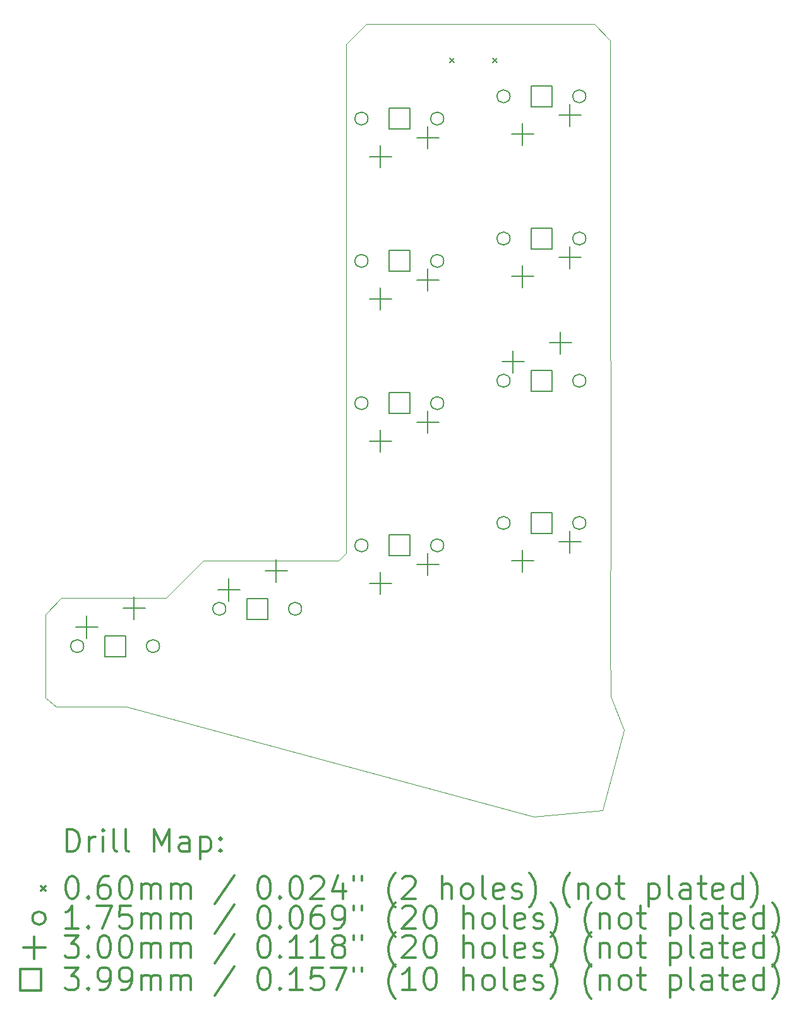
<source format=gbr>
%FSLAX45Y45*%
G04 Gerber Fmt 4.5, Leading zero omitted, Abs format (unit mm)*
G04 Created by KiCad (PCBNEW (5.1.4)-1) date 2023-05-19 09:13:59*
%MOMM*%
%LPD*%
G04 APERTURE LIST*
%ADD10C,0.050000*%
%ADD11C,0.200000*%
%ADD12C,0.300000*%
G04 APERTURE END LIST*
D10*
X7580000Y-44060000D02*
X7080000Y-44560000D01*
X7080000Y-44560000D02*
X5670000Y-44560000D01*
X9390000Y-44060000D02*
X9490000Y-43960000D01*
X9390000Y-44060000D02*
X7580000Y-44060000D01*
X13031480Y-37311016D02*
X13031480Y-37091016D01*
X9493279Y-37366295D02*
X9493279Y-37146295D01*
X9493279Y-39271295D02*
X9493279Y-37366295D01*
X13031480Y-39216016D02*
X13031480Y-37311016D01*
X6523279Y-46021295D02*
X6543279Y-46021295D01*
X9493279Y-39271295D02*
X9490000Y-43960000D01*
X12925419Y-47405040D02*
X12003279Y-47491295D01*
X12925419Y-47405040D02*
X13213232Y-46328860D01*
X13031346Y-39391871D02*
X13031480Y-39216016D01*
X13033920Y-43349053D02*
X13032767Y-45050023D01*
X13033421Y-45883812D02*
X13032185Y-45151986D01*
X13033421Y-45883812D02*
X13213232Y-46328860D01*
X13031480Y-37091016D02*
X12813279Y-36876295D01*
X9763279Y-36876295D02*
X9493279Y-37146295D01*
X9763279Y-36876295D02*
X12813279Y-36876295D01*
X5463279Y-44780000D02*
X5463279Y-45901295D01*
X5463279Y-44780000D02*
X5670000Y-44560000D01*
X5463279Y-45901295D02*
X5603279Y-46021295D01*
X6523279Y-46021295D02*
X5603279Y-46021295D01*
X13031346Y-39391871D02*
X13033920Y-43349053D01*
X13032185Y-45151986D02*
X13032767Y-45050023D01*
X12003279Y-47491295D02*
X6543279Y-46021295D01*
D11*
X10879000Y-37331500D02*
X10939000Y-37391500D01*
X10939000Y-37331500D02*
X10879000Y-37391500D01*
X11457000Y-37331500D02*
X11517000Y-37391500D01*
X11517000Y-37331500D02*
X11457000Y-37391500D01*
X9782779Y-40046295D02*
G75*
G03X9782779Y-40046295I-87500J0D01*
G01*
X10798779Y-40046295D02*
G75*
G03X10798779Y-40046295I-87500J0D01*
G01*
X9782779Y-38140000D02*
G75*
G03X9782779Y-38140000I-87500J0D01*
G01*
X10798779Y-38140000D02*
G75*
G03X10798779Y-38140000I-87500J0D01*
G01*
X9782779Y-43856295D02*
G75*
G03X9782779Y-43856295I-87500J0D01*
G01*
X10798779Y-43856295D02*
G75*
G03X10798779Y-43856295I-87500J0D01*
G01*
X11687779Y-43556295D02*
G75*
G03X11687779Y-43556295I-87500J0D01*
G01*
X12703779Y-43556295D02*
G75*
G03X12703779Y-43556295I-87500J0D01*
G01*
X11687779Y-39746295D02*
G75*
G03X11687779Y-39746295I-87500J0D01*
G01*
X12703779Y-39746295D02*
G75*
G03X12703779Y-39746295I-87500J0D01*
G01*
X7877779Y-44706295D02*
G75*
G03X7877779Y-44706295I-87500J0D01*
G01*
X8893779Y-44706295D02*
G75*
G03X8893779Y-44706295I-87500J0D01*
G01*
X11687779Y-41651295D02*
G75*
G03X11687779Y-41651295I-87500J0D01*
G01*
X12703779Y-41651295D02*
G75*
G03X12703779Y-41651295I-87500J0D01*
G01*
X11687779Y-37842000D02*
G75*
G03X11687779Y-37842000I-87500J0D01*
G01*
X12703779Y-37842000D02*
G75*
G03X12703779Y-37842000I-87500J0D01*
G01*
X5972779Y-45206295D02*
G75*
G03X5972779Y-45206295I-87500J0D01*
G01*
X6988779Y-45206295D02*
G75*
G03X6988779Y-45206295I-87500J0D01*
G01*
X9782779Y-41951295D02*
G75*
G03X9782779Y-41951295I-87500J0D01*
G01*
X10798779Y-41951295D02*
G75*
G03X10798779Y-41951295I-87500J0D01*
G01*
X11727279Y-41247295D02*
X11727279Y-41547295D01*
X11577279Y-41397295D02*
X11877279Y-41397295D01*
X12362279Y-40993295D02*
X12362279Y-41293295D01*
X12212279Y-41143295D02*
X12512279Y-41143295D01*
X11854279Y-38200000D02*
X11854279Y-38500000D01*
X11704279Y-38350000D02*
X12004279Y-38350000D01*
X12489279Y-37946000D02*
X12489279Y-38246000D01*
X12339279Y-38096000D02*
X12639279Y-38096000D01*
X6012279Y-44802295D02*
X6012279Y-45102295D01*
X5862279Y-44952295D02*
X6162279Y-44952295D01*
X6647279Y-44548295D02*
X6647279Y-44848295D01*
X6497279Y-44698295D02*
X6797279Y-44698295D01*
X9949279Y-42309295D02*
X9949279Y-42609295D01*
X9799279Y-42459295D02*
X10099279Y-42459295D01*
X10584279Y-42055295D02*
X10584279Y-42355295D01*
X10434279Y-42205295D02*
X10734279Y-42205295D01*
X9949279Y-40404295D02*
X9949279Y-40704295D01*
X9799279Y-40554295D02*
X10099279Y-40554295D01*
X10584279Y-40150295D02*
X10584279Y-40450295D01*
X10434279Y-40300295D02*
X10734279Y-40300295D01*
X9949279Y-38498000D02*
X9949279Y-38798000D01*
X9799279Y-38648000D02*
X10099279Y-38648000D01*
X10584279Y-38244000D02*
X10584279Y-38544000D01*
X10434279Y-38394000D02*
X10734279Y-38394000D01*
X9949279Y-44214295D02*
X9949279Y-44514295D01*
X9799279Y-44364295D02*
X10099279Y-44364295D01*
X10584279Y-43960295D02*
X10584279Y-44260295D01*
X10434279Y-44110295D02*
X10734279Y-44110295D01*
X11854279Y-43914295D02*
X11854279Y-44214295D01*
X11704279Y-44064295D02*
X12004279Y-44064295D01*
X12489279Y-43660295D02*
X12489279Y-43960295D01*
X12339279Y-43810295D02*
X12639279Y-43810295D01*
X11854279Y-40104295D02*
X11854279Y-40404295D01*
X11704279Y-40254295D02*
X12004279Y-40254295D01*
X12489279Y-39850295D02*
X12489279Y-40150295D01*
X12339279Y-40000295D02*
X12639279Y-40000295D01*
X7917279Y-44302295D02*
X7917279Y-44602295D01*
X7767279Y-44452295D02*
X8067279Y-44452295D01*
X8552279Y-44048295D02*
X8552279Y-44348295D01*
X8402279Y-44198295D02*
X8702279Y-44198295D01*
X6534270Y-45347287D02*
X6534270Y-45065304D01*
X6252287Y-45065304D01*
X6252287Y-45347287D01*
X6534270Y-45347287D01*
X10344270Y-42092287D02*
X10344270Y-41810304D01*
X10062288Y-41810304D01*
X10062288Y-42092287D01*
X10344270Y-42092287D01*
X10344270Y-40187287D02*
X10344270Y-39905304D01*
X10062288Y-39905304D01*
X10062288Y-40187287D01*
X10344270Y-40187287D01*
X10344270Y-38280991D02*
X10344270Y-37999009D01*
X10062288Y-37999009D01*
X10062288Y-38280991D01*
X10344270Y-38280991D01*
X10344270Y-43997287D02*
X10344270Y-43715304D01*
X10062288Y-43715304D01*
X10062288Y-43997287D01*
X10344270Y-43997287D01*
X12249270Y-43697287D02*
X12249270Y-43415304D01*
X11967287Y-43415304D01*
X11967287Y-43697287D01*
X12249270Y-43697287D01*
X12249270Y-39887287D02*
X12249270Y-39605304D01*
X11967288Y-39605304D01*
X11967288Y-39887287D01*
X12249270Y-39887287D01*
X8439270Y-44847287D02*
X8439270Y-44565304D01*
X8157287Y-44565304D01*
X8157287Y-44847287D01*
X8439270Y-44847287D01*
X12249270Y-41792287D02*
X12249270Y-41510304D01*
X11967287Y-41510304D01*
X11967287Y-41792287D01*
X12249270Y-41792287D01*
X12249270Y-37982991D02*
X12249270Y-37701009D01*
X11967288Y-37701009D01*
X11967288Y-37982991D01*
X12249270Y-37982991D01*
D12*
X5747207Y-47959509D02*
X5747207Y-47659509D01*
X5818636Y-47659509D01*
X5861493Y-47673795D01*
X5890064Y-47702367D01*
X5904350Y-47730938D01*
X5918636Y-47788081D01*
X5918636Y-47830938D01*
X5904350Y-47888081D01*
X5890064Y-47916652D01*
X5861493Y-47945224D01*
X5818636Y-47959509D01*
X5747207Y-47959509D01*
X6047207Y-47959509D02*
X6047207Y-47759509D01*
X6047207Y-47816652D02*
X6061493Y-47788081D01*
X6075779Y-47773795D01*
X6104350Y-47759509D01*
X6132922Y-47759509D01*
X6232922Y-47959509D02*
X6232922Y-47759509D01*
X6232922Y-47659509D02*
X6218636Y-47673795D01*
X6232922Y-47688081D01*
X6247207Y-47673795D01*
X6232922Y-47659509D01*
X6232922Y-47688081D01*
X6418636Y-47959509D02*
X6390064Y-47945224D01*
X6375779Y-47916652D01*
X6375779Y-47659509D01*
X6575779Y-47959509D02*
X6547207Y-47945224D01*
X6532922Y-47916652D01*
X6532922Y-47659509D01*
X6918636Y-47959509D02*
X6918636Y-47659509D01*
X7018636Y-47873795D01*
X7118636Y-47659509D01*
X7118636Y-47959509D01*
X7390064Y-47959509D02*
X7390064Y-47802367D01*
X7375779Y-47773795D01*
X7347207Y-47759509D01*
X7290064Y-47759509D01*
X7261493Y-47773795D01*
X7390064Y-47945224D02*
X7361493Y-47959509D01*
X7290064Y-47959509D01*
X7261493Y-47945224D01*
X7247207Y-47916652D01*
X7247207Y-47888081D01*
X7261493Y-47859509D01*
X7290064Y-47845224D01*
X7361493Y-47845224D01*
X7390064Y-47830938D01*
X7532922Y-47759509D02*
X7532922Y-48059509D01*
X7532922Y-47773795D02*
X7561493Y-47759509D01*
X7618636Y-47759509D01*
X7647207Y-47773795D01*
X7661493Y-47788081D01*
X7675779Y-47816652D01*
X7675779Y-47902367D01*
X7661493Y-47930938D01*
X7647207Y-47945224D01*
X7618636Y-47959509D01*
X7561493Y-47959509D01*
X7532922Y-47945224D01*
X7804350Y-47930938D02*
X7818636Y-47945224D01*
X7804350Y-47959509D01*
X7790064Y-47945224D01*
X7804350Y-47930938D01*
X7804350Y-47959509D01*
X7804350Y-47773795D02*
X7818636Y-47788081D01*
X7804350Y-47802367D01*
X7790064Y-47788081D01*
X7804350Y-47773795D01*
X7804350Y-47802367D01*
X5400779Y-48423795D02*
X5460779Y-48483795D01*
X5460779Y-48423795D02*
X5400779Y-48483795D01*
X5804350Y-48289509D02*
X5832922Y-48289509D01*
X5861493Y-48303795D01*
X5875779Y-48318081D01*
X5890064Y-48346652D01*
X5904350Y-48403795D01*
X5904350Y-48475224D01*
X5890064Y-48532367D01*
X5875779Y-48560938D01*
X5861493Y-48575224D01*
X5832922Y-48589509D01*
X5804350Y-48589509D01*
X5775779Y-48575224D01*
X5761493Y-48560938D01*
X5747207Y-48532367D01*
X5732922Y-48475224D01*
X5732922Y-48403795D01*
X5747207Y-48346652D01*
X5761493Y-48318081D01*
X5775779Y-48303795D01*
X5804350Y-48289509D01*
X6032922Y-48560938D02*
X6047207Y-48575224D01*
X6032922Y-48589509D01*
X6018636Y-48575224D01*
X6032922Y-48560938D01*
X6032922Y-48589509D01*
X6304350Y-48289509D02*
X6247207Y-48289509D01*
X6218636Y-48303795D01*
X6204350Y-48318081D01*
X6175779Y-48360938D01*
X6161493Y-48418081D01*
X6161493Y-48532367D01*
X6175779Y-48560938D01*
X6190064Y-48575224D01*
X6218636Y-48589509D01*
X6275779Y-48589509D01*
X6304350Y-48575224D01*
X6318636Y-48560938D01*
X6332922Y-48532367D01*
X6332922Y-48460938D01*
X6318636Y-48432367D01*
X6304350Y-48418081D01*
X6275779Y-48403795D01*
X6218636Y-48403795D01*
X6190064Y-48418081D01*
X6175779Y-48432367D01*
X6161493Y-48460938D01*
X6518636Y-48289509D02*
X6547207Y-48289509D01*
X6575779Y-48303795D01*
X6590064Y-48318081D01*
X6604350Y-48346652D01*
X6618636Y-48403795D01*
X6618636Y-48475224D01*
X6604350Y-48532367D01*
X6590064Y-48560938D01*
X6575779Y-48575224D01*
X6547207Y-48589509D01*
X6518636Y-48589509D01*
X6490064Y-48575224D01*
X6475779Y-48560938D01*
X6461493Y-48532367D01*
X6447207Y-48475224D01*
X6447207Y-48403795D01*
X6461493Y-48346652D01*
X6475779Y-48318081D01*
X6490064Y-48303795D01*
X6518636Y-48289509D01*
X6747207Y-48589509D02*
X6747207Y-48389509D01*
X6747207Y-48418081D02*
X6761493Y-48403795D01*
X6790064Y-48389509D01*
X6832922Y-48389509D01*
X6861493Y-48403795D01*
X6875779Y-48432367D01*
X6875779Y-48589509D01*
X6875779Y-48432367D02*
X6890064Y-48403795D01*
X6918636Y-48389509D01*
X6961493Y-48389509D01*
X6990064Y-48403795D01*
X7004350Y-48432367D01*
X7004350Y-48589509D01*
X7147207Y-48589509D02*
X7147207Y-48389509D01*
X7147207Y-48418081D02*
X7161493Y-48403795D01*
X7190064Y-48389509D01*
X7232922Y-48389509D01*
X7261493Y-48403795D01*
X7275779Y-48432367D01*
X7275779Y-48589509D01*
X7275779Y-48432367D02*
X7290064Y-48403795D01*
X7318636Y-48389509D01*
X7361493Y-48389509D01*
X7390064Y-48403795D01*
X7404350Y-48432367D01*
X7404350Y-48589509D01*
X7990064Y-48275224D02*
X7732922Y-48660938D01*
X8375779Y-48289509D02*
X8404350Y-48289509D01*
X8432922Y-48303795D01*
X8447207Y-48318081D01*
X8461493Y-48346652D01*
X8475779Y-48403795D01*
X8475779Y-48475224D01*
X8461493Y-48532367D01*
X8447207Y-48560938D01*
X8432922Y-48575224D01*
X8404350Y-48589509D01*
X8375779Y-48589509D01*
X8347207Y-48575224D01*
X8332922Y-48560938D01*
X8318636Y-48532367D01*
X8304350Y-48475224D01*
X8304350Y-48403795D01*
X8318636Y-48346652D01*
X8332922Y-48318081D01*
X8347207Y-48303795D01*
X8375779Y-48289509D01*
X8604350Y-48560938D02*
X8618636Y-48575224D01*
X8604350Y-48589509D01*
X8590065Y-48575224D01*
X8604350Y-48560938D01*
X8604350Y-48589509D01*
X8804350Y-48289509D02*
X8832922Y-48289509D01*
X8861493Y-48303795D01*
X8875779Y-48318081D01*
X8890065Y-48346652D01*
X8904350Y-48403795D01*
X8904350Y-48475224D01*
X8890065Y-48532367D01*
X8875779Y-48560938D01*
X8861493Y-48575224D01*
X8832922Y-48589509D01*
X8804350Y-48589509D01*
X8775779Y-48575224D01*
X8761493Y-48560938D01*
X8747207Y-48532367D01*
X8732922Y-48475224D01*
X8732922Y-48403795D01*
X8747207Y-48346652D01*
X8761493Y-48318081D01*
X8775779Y-48303795D01*
X8804350Y-48289509D01*
X9018636Y-48318081D02*
X9032922Y-48303795D01*
X9061493Y-48289509D01*
X9132922Y-48289509D01*
X9161493Y-48303795D01*
X9175779Y-48318081D01*
X9190065Y-48346652D01*
X9190065Y-48375224D01*
X9175779Y-48418081D01*
X9004350Y-48589509D01*
X9190065Y-48589509D01*
X9447207Y-48389509D02*
X9447207Y-48589509D01*
X9375779Y-48275224D02*
X9304350Y-48489509D01*
X9490065Y-48489509D01*
X9590065Y-48289509D02*
X9590065Y-48346652D01*
X9704350Y-48289509D02*
X9704350Y-48346652D01*
X10147207Y-48703795D02*
X10132922Y-48689509D01*
X10104350Y-48646652D01*
X10090065Y-48618081D01*
X10075779Y-48575224D01*
X10061493Y-48503795D01*
X10061493Y-48446652D01*
X10075779Y-48375224D01*
X10090065Y-48332367D01*
X10104350Y-48303795D01*
X10132922Y-48260938D01*
X10147207Y-48246652D01*
X10247207Y-48318081D02*
X10261493Y-48303795D01*
X10290065Y-48289509D01*
X10361493Y-48289509D01*
X10390065Y-48303795D01*
X10404350Y-48318081D01*
X10418636Y-48346652D01*
X10418636Y-48375224D01*
X10404350Y-48418081D01*
X10232922Y-48589509D01*
X10418636Y-48589509D01*
X10775779Y-48589509D02*
X10775779Y-48289509D01*
X10904350Y-48589509D02*
X10904350Y-48432367D01*
X10890065Y-48403795D01*
X10861493Y-48389509D01*
X10818636Y-48389509D01*
X10790065Y-48403795D01*
X10775779Y-48418081D01*
X11090065Y-48589509D02*
X11061493Y-48575224D01*
X11047207Y-48560938D01*
X11032922Y-48532367D01*
X11032922Y-48446652D01*
X11047207Y-48418081D01*
X11061493Y-48403795D01*
X11090065Y-48389509D01*
X11132922Y-48389509D01*
X11161493Y-48403795D01*
X11175779Y-48418081D01*
X11190064Y-48446652D01*
X11190064Y-48532367D01*
X11175779Y-48560938D01*
X11161493Y-48575224D01*
X11132922Y-48589509D01*
X11090065Y-48589509D01*
X11361493Y-48589509D02*
X11332922Y-48575224D01*
X11318636Y-48546652D01*
X11318636Y-48289509D01*
X11590064Y-48575224D02*
X11561493Y-48589509D01*
X11504350Y-48589509D01*
X11475779Y-48575224D01*
X11461493Y-48546652D01*
X11461493Y-48432367D01*
X11475779Y-48403795D01*
X11504350Y-48389509D01*
X11561493Y-48389509D01*
X11590064Y-48403795D01*
X11604350Y-48432367D01*
X11604350Y-48460938D01*
X11461493Y-48489509D01*
X11718636Y-48575224D02*
X11747207Y-48589509D01*
X11804350Y-48589509D01*
X11832922Y-48575224D01*
X11847207Y-48546652D01*
X11847207Y-48532367D01*
X11832922Y-48503795D01*
X11804350Y-48489509D01*
X11761493Y-48489509D01*
X11732922Y-48475224D01*
X11718636Y-48446652D01*
X11718636Y-48432367D01*
X11732922Y-48403795D01*
X11761493Y-48389509D01*
X11804350Y-48389509D01*
X11832922Y-48403795D01*
X11947207Y-48703795D02*
X11961493Y-48689509D01*
X11990064Y-48646652D01*
X12004350Y-48618081D01*
X12018636Y-48575224D01*
X12032922Y-48503795D01*
X12032922Y-48446652D01*
X12018636Y-48375224D01*
X12004350Y-48332367D01*
X11990064Y-48303795D01*
X11961493Y-48260938D01*
X11947207Y-48246652D01*
X12490064Y-48703795D02*
X12475779Y-48689509D01*
X12447207Y-48646652D01*
X12432922Y-48618081D01*
X12418636Y-48575224D01*
X12404350Y-48503795D01*
X12404350Y-48446652D01*
X12418636Y-48375224D01*
X12432922Y-48332367D01*
X12447207Y-48303795D01*
X12475779Y-48260938D01*
X12490064Y-48246652D01*
X12604350Y-48389509D02*
X12604350Y-48589509D01*
X12604350Y-48418081D02*
X12618636Y-48403795D01*
X12647207Y-48389509D01*
X12690064Y-48389509D01*
X12718636Y-48403795D01*
X12732922Y-48432367D01*
X12732922Y-48589509D01*
X12918636Y-48589509D02*
X12890064Y-48575224D01*
X12875779Y-48560938D01*
X12861493Y-48532367D01*
X12861493Y-48446652D01*
X12875779Y-48418081D01*
X12890064Y-48403795D01*
X12918636Y-48389509D01*
X12961493Y-48389509D01*
X12990064Y-48403795D01*
X13004350Y-48418081D01*
X13018636Y-48446652D01*
X13018636Y-48532367D01*
X13004350Y-48560938D01*
X12990064Y-48575224D01*
X12961493Y-48589509D01*
X12918636Y-48589509D01*
X13104350Y-48389509D02*
X13218636Y-48389509D01*
X13147207Y-48289509D02*
X13147207Y-48546652D01*
X13161493Y-48575224D01*
X13190064Y-48589509D01*
X13218636Y-48589509D01*
X13547207Y-48389509D02*
X13547207Y-48689509D01*
X13547207Y-48403795D02*
X13575779Y-48389509D01*
X13632922Y-48389509D01*
X13661493Y-48403795D01*
X13675779Y-48418081D01*
X13690064Y-48446652D01*
X13690064Y-48532367D01*
X13675779Y-48560938D01*
X13661493Y-48575224D01*
X13632922Y-48589509D01*
X13575779Y-48589509D01*
X13547207Y-48575224D01*
X13861493Y-48589509D02*
X13832922Y-48575224D01*
X13818636Y-48546652D01*
X13818636Y-48289509D01*
X14104350Y-48589509D02*
X14104350Y-48432367D01*
X14090064Y-48403795D01*
X14061493Y-48389509D01*
X14004350Y-48389509D01*
X13975779Y-48403795D01*
X14104350Y-48575224D02*
X14075779Y-48589509D01*
X14004350Y-48589509D01*
X13975779Y-48575224D01*
X13961493Y-48546652D01*
X13961493Y-48518081D01*
X13975779Y-48489509D01*
X14004350Y-48475224D01*
X14075779Y-48475224D01*
X14104350Y-48460938D01*
X14204350Y-48389509D02*
X14318636Y-48389509D01*
X14247207Y-48289509D02*
X14247207Y-48546652D01*
X14261493Y-48575224D01*
X14290064Y-48589509D01*
X14318636Y-48589509D01*
X14532922Y-48575224D02*
X14504350Y-48589509D01*
X14447207Y-48589509D01*
X14418636Y-48575224D01*
X14404350Y-48546652D01*
X14404350Y-48432367D01*
X14418636Y-48403795D01*
X14447207Y-48389509D01*
X14504350Y-48389509D01*
X14532922Y-48403795D01*
X14547207Y-48432367D01*
X14547207Y-48460938D01*
X14404350Y-48489509D01*
X14804350Y-48589509D02*
X14804350Y-48289509D01*
X14804350Y-48575224D02*
X14775779Y-48589509D01*
X14718636Y-48589509D01*
X14690064Y-48575224D01*
X14675779Y-48560938D01*
X14661493Y-48532367D01*
X14661493Y-48446652D01*
X14675779Y-48418081D01*
X14690064Y-48403795D01*
X14718636Y-48389509D01*
X14775779Y-48389509D01*
X14804350Y-48403795D01*
X14918636Y-48703795D02*
X14932922Y-48689509D01*
X14961493Y-48646652D01*
X14975779Y-48618081D01*
X14990064Y-48575224D01*
X15004350Y-48503795D01*
X15004350Y-48446652D01*
X14990064Y-48375224D01*
X14975779Y-48332367D01*
X14961493Y-48303795D01*
X14932922Y-48260938D01*
X14918636Y-48246652D01*
X5460779Y-48849795D02*
G75*
G03X5460779Y-48849795I-87500J0D01*
G01*
X5904350Y-48985509D02*
X5732922Y-48985509D01*
X5818636Y-48985509D02*
X5818636Y-48685509D01*
X5790064Y-48728367D01*
X5761493Y-48756938D01*
X5732922Y-48771224D01*
X6032922Y-48956938D02*
X6047207Y-48971224D01*
X6032922Y-48985509D01*
X6018636Y-48971224D01*
X6032922Y-48956938D01*
X6032922Y-48985509D01*
X6147207Y-48685509D02*
X6347207Y-48685509D01*
X6218636Y-48985509D01*
X6604350Y-48685509D02*
X6461493Y-48685509D01*
X6447207Y-48828367D01*
X6461493Y-48814081D01*
X6490064Y-48799795D01*
X6561493Y-48799795D01*
X6590064Y-48814081D01*
X6604350Y-48828367D01*
X6618636Y-48856938D01*
X6618636Y-48928367D01*
X6604350Y-48956938D01*
X6590064Y-48971224D01*
X6561493Y-48985509D01*
X6490064Y-48985509D01*
X6461493Y-48971224D01*
X6447207Y-48956938D01*
X6747207Y-48985509D02*
X6747207Y-48785509D01*
X6747207Y-48814081D02*
X6761493Y-48799795D01*
X6790064Y-48785509D01*
X6832922Y-48785509D01*
X6861493Y-48799795D01*
X6875779Y-48828367D01*
X6875779Y-48985509D01*
X6875779Y-48828367D02*
X6890064Y-48799795D01*
X6918636Y-48785509D01*
X6961493Y-48785509D01*
X6990064Y-48799795D01*
X7004350Y-48828367D01*
X7004350Y-48985509D01*
X7147207Y-48985509D02*
X7147207Y-48785509D01*
X7147207Y-48814081D02*
X7161493Y-48799795D01*
X7190064Y-48785509D01*
X7232922Y-48785509D01*
X7261493Y-48799795D01*
X7275779Y-48828367D01*
X7275779Y-48985509D01*
X7275779Y-48828367D02*
X7290064Y-48799795D01*
X7318636Y-48785509D01*
X7361493Y-48785509D01*
X7390064Y-48799795D01*
X7404350Y-48828367D01*
X7404350Y-48985509D01*
X7990064Y-48671224D02*
X7732922Y-49056938D01*
X8375779Y-48685509D02*
X8404350Y-48685509D01*
X8432922Y-48699795D01*
X8447207Y-48714081D01*
X8461493Y-48742652D01*
X8475779Y-48799795D01*
X8475779Y-48871224D01*
X8461493Y-48928367D01*
X8447207Y-48956938D01*
X8432922Y-48971224D01*
X8404350Y-48985509D01*
X8375779Y-48985509D01*
X8347207Y-48971224D01*
X8332922Y-48956938D01*
X8318636Y-48928367D01*
X8304350Y-48871224D01*
X8304350Y-48799795D01*
X8318636Y-48742652D01*
X8332922Y-48714081D01*
X8347207Y-48699795D01*
X8375779Y-48685509D01*
X8604350Y-48956938D02*
X8618636Y-48971224D01*
X8604350Y-48985509D01*
X8590065Y-48971224D01*
X8604350Y-48956938D01*
X8604350Y-48985509D01*
X8804350Y-48685509D02*
X8832922Y-48685509D01*
X8861493Y-48699795D01*
X8875779Y-48714081D01*
X8890065Y-48742652D01*
X8904350Y-48799795D01*
X8904350Y-48871224D01*
X8890065Y-48928367D01*
X8875779Y-48956938D01*
X8861493Y-48971224D01*
X8832922Y-48985509D01*
X8804350Y-48985509D01*
X8775779Y-48971224D01*
X8761493Y-48956938D01*
X8747207Y-48928367D01*
X8732922Y-48871224D01*
X8732922Y-48799795D01*
X8747207Y-48742652D01*
X8761493Y-48714081D01*
X8775779Y-48699795D01*
X8804350Y-48685509D01*
X9161493Y-48685509D02*
X9104350Y-48685509D01*
X9075779Y-48699795D01*
X9061493Y-48714081D01*
X9032922Y-48756938D01*
X9018636Y-48814081D01*
X9018636Y-48928367D01*
X9032922Y-48956938D01*
X9047207Y-48971224D01*
X9075779Y-48985509D01*
X9132922Y-48985509D01*
X9161493Y-48971224D01*
X9175779Y-48956938D01*
X9190065Y-48928367D01*
X9190065Y-48856938D01*
X9175779Y-48828367D01*
X9161493Y-48814081D01*
X9132922Y-48799795D01*
X9075779Y-48799795D01*
X9047207Y-48814081D01*
X9032922Y-48828367D01*
X9018636Y-48856938D01*
X9332922Y-48985509D02*
X9390065Y-48985509D01*
X9418636Y-48971224D01*
X9432922Y-48956938D01*
X9461493Y-48914081D01*
X9475779Y-48856938D01*
X9475779Y-48742652D01*
X9461493Y-48714081D01*
X9447207Y-48699795D01*
X9418636Y-48685509D01*
X9361493Y-48685509D01*
X9332922Y-48699795D01*
X9318636Y-48714081D01*
X9304350Y-48742652D01*
X9304350Y-48814081D01*
X9318636Y-48842652D01*
X9332922Y-48856938D01*
X9361493Y-48871224D01*
X9418636Y-48871224D01*
X9447207Y-48856938D01*
X9461493Y-48842652D01*
X9475779Y-48814081D01*
X9590065Y-48685509D02*
X9590065Y-48742652D01*
X9704350Y-48685509D02*
X9704350Y-48742652D01*
X10147207Y-49099795D02*
X10132922Y-49085509D01*
X10104350Y-49042652D01*
X10090065Y-49014081D01*
X10075779Y-48971224D01*
X10061493Y-48899795D01*
X10061493Y-48842652D01*
X10075779Y-48771224D01*
X10090065Y-48728367D01*
X10104350Y-48699795D01*
X10132922Y-48656938D01*
X10147207Y-48642652D01*
X10247207Y-48714081D02*
X10261493Y-48699795D01*
X10290065Y-48685509D01*
X10361493Y-48685509D01*
X10390065Y-48699795D01*
X10404350Y-48714081D01*
X10418636Y-48742652D01*
X10418636Y-48771224D01*
X10404350Y-48814081D01*
X10232922Y-48985509D01*
X10418636Y-48985509D01*
X10604350Y-48685509D02*
X10632922Y-48685509D01*
X10661493Y-48699795D01*
X10675779Y-48714081D01*
X10690065Y-48742652D01*
X10704350Y-48799795D01*
X10704350Y-48871224D01*
X10690065Y-48928367D01*
X10675779Y-48956938D01*
X10661493Y-48971224D01*
X10632922Y-48985509D01*
X10604350Y-48985509D01*
X10575779Y-48971224D01*
X10561493Y-48956938D01*
X10547207Y-48928367D01*
X10532922Y-48871224D01*
X10532922Y-48799795D01*
X10547207Y-48742652D01*
X10561493Y-48714081D01*
X10575779Y-48699795D01*
X10604350Y-48685509D01*
X11061493Y-48985509D02*
X11061493Y-48685509D01*
X11190064Y-48985509D02*
X11190064Y-48828367D01*
X11175779Y-48799795D01*
X11147207Y-48785509D01*
X11104350Y-48785509D01*
X11075779Y-48799795D01*
X11061493Y-48814081D01*
X11375779Y-48985509D02*
X11347207Y-48971224D01*
X11332922Y-48956938D01*
X11318636Y-48928367D01*
X11318636Y-48842652D01*
X11332922Y-48814081D01*
X11347207Y-48799795D01*
X11375779Y-48785509D01*
X11418636Y-48785509D01*
X11447207Y-48799795D01*
X11461493Y-48814081D01*
X11475779Y-48842652D01*
X11475779Y-48928367D01*
X11461493Y-48956938D01*
X11447207Y-48971224D01*
X11418636Y-48985509D01*
X11375779Y-48985509D01*
X11647207Y-48985509D02*
X11618636Y-48971224D01*
X11604350Y-48942652D01*
X11604350Y-48685509D01*
X11875779Y-48971224D02*
X11847207Y-48985509D01*
X11790064Y-48985509D01*
X11761493Y-48971224D01*
X11747207Y-48942652D01*
X11747207Y-48828367D01*
X11761493Y-48799795D01*
X11790064Y-48785509D01*
X11847207Y-48785509D01*
X11875779Y-48799795D01*
X11890064Y-48828367D01*
X11890064Y-48856938D01*
X11747207Y-48885509D01*
X12004350Y-48971224D02*
X12032922Y-48985509D01*
X12090064Y-48985509D01*
X12118636Y-48971224D01*
X12132922Y-48942652D01*
X12132922Y-48928367D01*
X12118636Y-48899795D01*
X12090064Y-48885509D01*
X12047207Y-48885509D01*
X12018636Y-48871224D01*
X12004350Y-48842652D01*
X12004350Y-48828367D01*
X12018636Y-48799795D01*
X12047207Y-48785509D01*
X12090064Y-48785509D01*
X12118636Y-48799795D01*
X12232922Y-49099795D02*
X12247207Y-49085509D01*
X12275779Y-49042652D01*
X12290064Y-49014081D01*
X12304350Y-48971224D01*
X12318636Y-48899795D01*
X12318636Y-48842652D01*
X12304350Y-48771224D01*
X12290064Y-48728367D01*
X12275779Y-48699795D01*
X12247207Y-48656938D01*
X12232922Y-48642652D01*
X12775779Y-49099795D02*
X12761493Y-49085509D01*
X12732922Y-49042652D01*
X12718636Y-49014081D01*
X12704350Y-48971224D01*
X12690064Y-48899795D01*
X12690064Y-48842652D01*
X12704350Y-48771224D01*
X12718636Y-48728367D01*
X12732922Y-48699795D01*
X12761493Y-48656938D01*
X12775779Y-48642652D01*
X12890064Y-48785509D02*
X12890064Y-48985509D01*
X12890064Y-48814081D02*
X12904350Y-48799795D01*
X12932922Y-48785509D01*
X12975779Y-48785509D01*
X13004350Y-48799795D01*
X13018636Y-48828367D01*
X13018636Y-48985509D01*
X13204350Y-48985509D02*
X13175779Y-48971224D01*
X13161493Y-48956938D01*
X13147207Y-48928367D01*
X13147207Y-48842652D01*
X13161493Y-48814081D01*
X13175779Y-48799795D01*
X13204350Y-48785509D01*
X13247207Y-48785509D01*
X13275779Y-48799795D01*
X13290064Y-48814081D01*
X13304350Y-48842652D01*
X13304350Y-48928367D01*
X13290064Y-48956938D01*
X13275779Y-48971224D01*
X13247207Y-48985509D01*
X13204350Y-48985509D01*
X13390064Y-48785509D02*
X13504350Y-48785509D01*
X13432922Y-48685509D02*
X13432922Y-48942652D01*
X13447207Y-48971224D01*
X13475779Y-48985509D01*
X13504350Y-48985509D01*
X13832922Y-48785509D02*
X13832922Y-49085509D01*
X13832922Y-48799795D02*
X13861493Y-48785509D01*
X13918636Y-48785509D01*
X13947207Y-48799795D01*
X13961493Y-48814081D01*
X13975779Y-48842652D01*
X13975779Y-48928367D01*
X13961493Y-48956938D01*
X13947207Y-48971224D01*
X13918636Y-48985509D01*
X13861493Y-48985509D01*
X13832922Y-48971224D01*
X14147207Y-48985509D02*
X14118636Y-48971224D01*
X14104350Y-48942652D01*
X14104350Y-48685509D01*
X14390064Y-48985509D02*
X14390064Y-48828367D01*
X14375779Y-48799795D01*
X14347207Y-48785509D01*
X14290064Y-48785509D01*
X14261493Y-48799795D01*
X14390064Y-48971224D02*
X14361493Y-48985509D01*
X14290064Y-48985509D01*
X14261493Y-48971224D01*
X14247207Y-48942652D01*
X14247207Y-48914081D01*
X14261493Y-48885509D01*
X14290064Y-48871224D01*
X14361493Y-48871224D01*
X14390064Y-48856938D01*
X14490064Y-48785509D02*
X14604350Y-48785509D01*
X14532922Y-48685509D02*
X14532922Y-48942652D01*
X14547207Y-48971224D01*
X14575779Y-48985509D01*
X14604350Y-48985509D01*
X14818636Y-48971224D02*
X14790064Y-48985509D01*
X14732922Y-48985509D01*
X14704350Y-48971224D01*
X14690064Y-48942652D01*
X14690064Y-48828367D01*
X14704350Y-48799795D01*
X14732922Y-48785509D01*
X14790064Y-48785509D01*
X14818636Y-48799795D01*
X14832922Y-48828367D01*
X14832922Y-48856938D01*
X14690064Y-48885509D01*
X15090064Y-48985509D02*
X15090064Y-48685509D01*
X15090064Y-48971224D02*
X15061493Y-48985509D01*
X15004350Y-48985509D01*
X14975779Y-48971224D01*
X14961493Y-48956938D01*
X14947207Y-48928367D01*
X14947207Y-48842652D01*
X14961493Y-48814081D01*
X14975779Y-48799795D01*
X15004350Y-48785509D01*
X15061493Y-48785509D01*
X15090064Y-48799795D01*
X15204350Y-49099795D02*
X15218636Y-49085509D01*
X15247207Y-49042652D01*
X15261493Y-49014081D01*
X15275779Y-48971224D01*
X15290064Y-48899795D01*
X15290064Y-48842652D01*
X15275779Y-48771224D01*
X15261493Y-48728367D01*
X15247207Y-48699795D01*
X15218636Y-48656938D01*
X15204350Y-48642652D01*
X5310779Y-49095795D02*
X5310779Y-49395795D01*
X5160779Y-49245795D02*
X5460779Y-49245795D01*
X5718636Y-49081509D02*
X5904350Y-49081509D01*
X5804350Y-49195795D01*
X5847207Y-49195795D01*
X5875779Y-49210081D01*
X5890064Y-49224367D01*
X5904350Y-49252938D01*
X5904350Y-49324367D01*
X5890064Y-49352938D01*
X5875779Y-49367224D01*
X5847207Y-49381509D01*
X5761493Y-49381509D01*
X5732922Y-49367224D01*
X5718636Y-49352938D01*
X6032922Y-49352938D02*
X6047207Y-49367224D01*
X6032922Y-49381509D01*
X6018636Y-49367224D01*
X6032922Y-49352938D01*
X6032922Y-49381509D01*
X6232922Y-49081509D02*
X6261493Y-49081509D01*
X6290064Y-49095795D01*
X6304350Y-49110081D01*
X6318636Y-49138652D01*
X6332922Y-49195795D01*
X6332922Y-49267224D01*
X6318636Y-49324367D01*
X6304350Y-49352938D01*
X6290064Y-49367224D01*
X6261493Y-49381509D01*
X6232922Y-49381509D01*
X6204350Y-49367224D01*
X6190064Y-49352938D01*
X6175779Y-49324367D01*
X6161493Y-49267224D01*
X6161493Y-49195795D01*
X6175779Y-49138652D01*
X6190064Y-49110081D01*
X6204350Y-49095795D01*
X6232922Y-49081509D01*
X6518636Y-49081509D02*
X6547207Y-49081509D01*
X6575779Y-49095795D01*
X6590064Y-49110081D01*
X6604350Y-49138652D01*
X6618636Y-49195795D01*
X6618636Y-49267224D01*
X6604350Y-49324367D01*
X6590064Y-49352938D01*
X6575779Y-49367224D01*
X6547207Y-49381509D01*
X6518636Y-49381509D01*
X6490064Y-49367224D01*
X6475779Y-49352938D01*
X6461493Y-49324367D01*
X6447207Y-49267224D01*
X6447207Y-49195795D01*
X6461493Y-49138652D01*
X6475779Y-49110081D01*
X6490064Y-49095795D01*
X6518636Y-49081509D01*
X6747207Y-49381509D02*
X6747207Y-49181509D01*
X6747207Y-49210081D02*
X6761493Y-49195795D01*
X6790064Y-49181509D01*
X6832922Y-49181509D01*
X6861493Y-49195795D01*
X6875779Y-49224367D01*
X6875779Y-49381509D01*
X6875779Y-49224367D02*
X6890064Y-49195795D01*
X6918636Y-49181509D01*
X6961493Y-49181509D01*
X6990064Y-49195795D01*
X7004350Y-49224367D01*
X7004350Y-49381509D01*
X7147207Y-49381509D02*
X7147207Y-49181509D01*
X7147207Y-49210081D02*
X7161493Y-49195795D01*
X7190064Y-49181509D01*
X7232922Y-49181509D01*
X7261493Y-49195795D01*
X7275779Y-49224367D01*
X7275779Y-49381509D01*
X7275779Y-49224367D02*
X7290064Y-49195795D01*
X7318636Y-49181509D01*
X7361493Y-49181509D01*
X7390064Y-49195795D01*
X7404350Y-49224367D01*
X7404350Y-49381509D01*
X7990064Y-49067224D02*
X7732922Y-49452938D01*
X8375779Y-49081509D02*
X8404350Y-49081509D01*
X8432922Y-49095795D01*
X8447207Y-49110081D01*
X8461493Y-49138652D01*
X8475779Y-49195795D01*
X8475779Y-49267224D01*
X8461493Y-49324367D01*
X8447207Y-49352938D01*
X8432922Y-49367224D01*
X8404350Y-49381509D01*
X8375779Y-49381509D01*
X8347207Y-49367224D01*
X8332922Y-49352938D01*
X8318636Y-49324367D01*
X8304350Y-49267224D01*
X8304350Y-49195795D01*
X8318636Y-49138652D01*
X8332922Y-49110081D01*
X8347207Y-49095795D01*
X8375779Y-49081509D01*
X8604350Y-49352938D02*
X8618636Y-49367224D01*
X8604350Y-49381509D01*
X8590065Y-49367224D01*
X8604350Y-49352938D01*
X8604350Y-49381509D01*
X8904350Y-49381509D02*
X8732922Y-49381509D01*
X8818636Y-49381509D02*
X8818636Y-49081509D01*
X8790065Y-49124367D01*
X8761493Y-49152938D01*
X8732922Y-49167224D01*
X9190065Y-49381509D02*
X9018636Y-49381509D01*
X9104350Y-49381509D02*
X9104350Y-49081509D01*
X9075779Y-49124367D01*
X9047207Y-49152938D01*
X9018636Y-49167224D01*
X9361493Y-49210081D02*
X9332922Y-49195795D01*
X9318636Y-49181509D01*
X9304350Y-49152938D01*
X9304350Y-49138652D01*
X9318636Y-49110081D01*
X9332922Y-49095795D01*
X9361493Y-49081509D01*
X9418636Y-49081509D01*
X9447207Y-49095795D01*
X9461493Y-49110081D01*
X9475779Y-49138652D01*
X9475779Y-49152938D01*
X9461493Y-49181509D01*
X9447207Y-49195795D01*
X9418636Y-49210081D01*
X9361493Y-49210081D01*
X9332922Y-49224367D01*
X9318636Y-49238652D01*
X9304350Y-49267224D01*
X9304350Y-49324367D01*
X9318636Y-49352938D01*
X9332922Y-49367224D01*
X9361493Y-49381509D01*
X9418636Y-49381509D01*
X9447207Y-49367224D01*
X9461493Y-49352938D01*
X9475779Y-49324367D01*
X9475779Y-49267224D01*
X9461493Y-49238652D01*
X9447207Y-49224367D01*
X9418636Y-49210081D01*
X9590065Y-49081509D02*
X9590065Y-49138652D01*
X9704350Y-49081509D02*
X9704350Y-49138652D01*
X10147207Y-49495795D02*
X10132922Y-49481509D01*
X10104350Y-49438652D01*
X10090065Y-49410081D01*
X10075779Y-49367224D01*
X10061493Y-49295795D01*
X10061493Y-49238652D01*
X10075779Y-49167224D01*
X10090065Y-49124367D01*
X10104350Y-49095795D01*
X10132922Y-49052938D01*
X10147207Y-49038652D01*
X10247207Y-49110081D02*
X10261493Y-49095795D01*
X10290065Y-49081509D01*
X10361493Y-49081509D01*
X10390065Y-49095795D01*
X10404350Y-49110081D01*
X10418636Y-49138652D01*
X10418636Y-49167224D01*
X10404350Y-49210081D01*
X10232922Y-49381509D01*
X10418636Y-49381509D01*
X10604350Y-49081509D02*
X10632922Y-49081509D01*
X10661493Y-49095795D01*
X10675779Y-49110081D01*
X10690065Y-49138652D01*
X10704350Y-49195795D01*
X10704350Y-49267224D01*
X10690065Y-49324367D01*
X10675779Y-49352938D01*
X10661493Y-49367224D01*
X10632922Y-49381509D01*
X10604350Y-49381509D01*
X10575779Y-49367224D01*
X10561493Y-49352938D01*
X10547207Y-49324367D01*
X10532922Y-49267224D01*
X10532922Y-49195795D01*
X10547207Y-49138652D01*
X10561493Y-49110081D01*
X10575779Y-49095795D01*
X10604350Y-49081509D01*
X11061493Y-49381509D02*
X11061493Y-49081509D01*
X11190064Y-49381509D02*
X11190064Y-49224367D01*
X11175779Y-49195795D01*
X11147207Y-49181509D01*
X11104350Y-49181509D01*
X11075779Y-49195795D01*
X11061493Y-49210081D01*
X11375779Y-49381509D02*
X11347207Y-49367224D01*
X11332922Y-49352938D01*
X11318636Y-49324367D01*
X11318636Y-49238652D01*
X11332922Y-49210081D01*
X11347207Y-49195795D01*
X11375779Y-49181509D01*
X11418636Y-49181509D01*
X11447207Y-49195795D01*
X11461493Y-49210081D01*
X11475779Y-49238652D01*
X11475779Y-49324367D01*
X11461493Y-49352938D01*
X11447207Y-49367224D01*
X11418636Y-49381509D01*
X11375779Y-49381509D01*
X11647207Y-49381509D02*
X11618636Y-49367224D01*
X11604350Y-49338652D01*
X11604350Y-49081509D01*
X11875779Y-49367224D02*
X11847207Y-49381509D01*
X11790064Y-49381509D01*
X11761493Y-49367224D01*
X11747207Y-49338652D01*
X11747207Y-49224367D01*
X11761493Y-49195795D01*
X11790064Y-49181509D01*
X11847207Y-49181509D01*
X11875779Y-49195795D01*
X11890064Y-49224367D01*
X11890064Y-49252938D01*
X11747207Y-49281509D01*
X12004350Y-49367224D02*
X12032922Y-49381509D01*
X12090064Y-49381509D01*
X12118636Y-49367224D01*
X12132922Y-49338652D01*
X12132922Y-49324367D01*
X12118636Y-49295795D01*
X12090064Y-49281509D01*
X12047207Y-49281509D01*
X12018636Y-49267224D01*
X12004350Y-49238652D01*
X12004350Y-49224367D01*
X12018636Y-49195795D01*
X12047207Y-49181509D01*
X12090064Y-49181509D01*
X12118636Y-49195795D01*
X12232922Y-49495795D02*
X12247207Y-49481509D01*
X12275779Y-49438652D01*
X12290064Y-49410081D01*
X12304350Y-49367224D01*
X12318636Y-49295795D01*
X12318636Y-49238652D01*
X12304350Y-49167224D01*
X12290064Y-49124367D01*
X12275779Y-49095795D01*
X12247207Y-49052938D01*
X12232922Y-49038652D01*
X12775779Y-49495795D02*
X12761493Y-49481509D01*
X12732922Y-49438652D01*
X12718636Y-49410081D01*
X12704350Y-49367224D01*
X12690064Y-49295795D01*
X12690064Y-49238652D01*
X12704350Y-49167224D01*
X12718636Y-49124367D01*
X12732922Y-49095795D01*
X12761493Y-49052938D01*
X12775779Y-49038652D01*
X12890064Y-49181509D02*
X12890064Y-49381509D01*
X12890064Y-49210081D02*
X12904350Y-49195795D01*
X12932922Y-49181509D01*
X12975779Y-49181509D01*
X13004350Y-49195795D01*
X13018636Y-49224367D01*
X13018636Y-49381509D01*
X13204350Y-49381509D02*
X13175779Y-49367224D01*
X13161493Y-49352938D01*
X13147207Y-49324367D01*
X13147207Y-49238652D01*
X13161493Y-49210081D01*
X13175779Y-49195795D01*
X13204350Y-49181509D01*
X13247207Y-49181509D01*
X13275779Y-49195795D01*
X13290064Y-49210081D01*
X13304350Y-49238652D01*
X13304350Y-49324367D01*
X13290064Y-49352938D01*
X13275779Y-49367224D01*
X13247207Y-49381509D01*
X13204350Y-49381509D01*
X13390064Y-49181509D02*
X13504350Y-49181509D01*
X13432922Y-49081509D02*
X13432922Y-49338652D01*
X13447207Y-49367224D01*
X13475779Y-49381509D01*
X13504350Y-49381509D01*
X13832922Y-49181509D02*
X13832922Y-49481509D01*
X13832922Y-49195795D02*
X13861493Y-49181509D01*
X13918636Y-49181509D01*
X13947207Y-49195795D01*
X13961493Y-49210081D01*
X13975779Y-49238652D01*
X13975779Y-49324367D01*
X13961493Y-49352938D01*
X13947207Y-49367224D01*
X13918636Y-49381509D01*
X13861493Y-49381509D01*
X13832922Y-49367224D01*
X14147207Y-49381509D02*
X14118636Y-49367224D01*
X14104350Y-49338652D01*
X14104350Y-49081509D01*
X14390064Y-49381509D02*
X14390064Y-49224367D01*
X14375779Y-49195795D01*
X14347207Y-49181509D01*
X14290064Y-49181509D01*
X14261493Y-49195795D01*
X14390064Y-49367224D02*
X14361493Y-49381509D01*
X14290064Y-49381509D01*
X14261493Y-49367224D01*
X14247207Y-49338652D01*
X14247207Y-49310081D01*
X14261493Y-49281509D01*
X14290064Y-49267224D01*
X14361493Y-49267224D01*
X14390064Y-49252938D01*
X14490064Y-49181509D02*
X14604350Y-49181509D01*
X14532922Y-49081509D02*
X14532922Y-49338652D01*
X14547207Y-49367224D01*
X14575779Y-49381509D01*
X14604350Y-49381509D01*
X14818636Y-49367224D02*
X14790064Y-49381509D01*
X14732922Y-49381509D01*
X14704350Y-49367224D01*
X14690064Y-49338652D01*
X14690064Y-49224367D01*
X14704350Y-49195795D01*
X14732922Y-49181509D01*
X14790064Y-49181509D01*
X14818636Y-49195795D01*
X14832922Y-49224367D01*
X14832922Y-49252938D01*
X14690064Y-49281509D01*
X15090064Y-49381509D02*
X15090064Y-49081509D01*
X15090064Y-49367224D02*
X15061493Y-49381509D01*
X15004350Y-49381509D01*
X14975779Y-49367224D01*
X14961493Y-49352938D01*
X14947207Y-49324367D01*
X14947207Y-49238652D01*
X14961493Y-49210081D01*
X14975779Y-49195795D01*
X15004350Y-49181509D01*
X15061493Y-49181509D01*
X15090064Y-49195795D01*
X15204350Y-49495795D02*
X15218636Y-49481509D01*
X15247207Y-49438652D01*
X15261493Y-49410081D01*
X15275779Y-49367224D01*
X15290064Y-49295795D01*
X15290064Y-49238652D01*
X15275779Y-49167224D01*
X15261493Y-49124367D01*
X15247207Y-49095795D01*
X15218636Y-49052938D01*
X15204350Y-49038652D01*
X5402380Y-49816787D02*
X5402380Y-49534804D01*
X5120397Y-49534804D01*
X5120397Y-49816787D01*
X5402380Y-49816787D01*
X5718636Y-49511509D02*
X5904350Y-49511509D01*
X5804350Y-49625795D01*
X5847207Y-49625795D01*
X5875779Y-49640081D01*
X5890064Y-49654367D01*
X5904350Y-49682938D01*
X5904350Y-49754367D01*
X5890064Y-49782938D01*
X5875779Y-49797224D01*
X5847207Y-49811509D01*
X5761493Y-49811509D01*
X5732922Y-49797224D01*
X5718636Y-49782938D01*
X6032922Y-49782938D02*
X6047207Y-49797224D01*
X6032922Y-49811509D01*
X6018636Y-49797224D01*
X6032922Y-49782938D01*
X6032922Y-49811509D01*
X6190064Y-49811509D02*
X6247207Y-49811509D01*
X6275779Y-49797224D01*
X6290064Y-49782938D01*
X6318636Y-49740081D01*
X6332922Y-49682938D01*
X6332922Y-49568652D01*
X6318636Y-49540081D01*
X6304350Y-49525795D01*
X6275779Y-49511509D01*
X6218636Y-49511509D01*
X6190064Y-49525795D01*
X6175779Y-49540081D01*
X6161493Y-49568652D01*
X6161493Y-49640081D01*
X6175779Y-49668652D01*
X6190064Y-49682938D01*
X6218636Y-49697224D01*
X6275779Y-49697224D01*
X6304350Y-49682938D01*
X6318636Y-49668652D01*
X6332922Y-49640081D01*
X6475779Y-49811509D02*
X6532922Y-49811509D01*
X6561493Y-49797224D01*
X6575779Y-49782938D01*
X6604350Y-49740081D01*
X6618636Y-49682938D01*
X6618636Y-49568652D01*
X6604350Y-49540081D01*
X6590064Y-49525795D01*
X6561493Y-49511509D01*
X6504350Y-49511509D01*
X6475779Y-49525795D01*
X6461493Y-49540081D01*
X6447207Y-49568652D01*
X6447207Y-49640081D01*
X6461493Y-49668652D01*
X6475779Y-49682938D01*
X6504350Y-49697224D01*
X6561493Y-49697224D01*
X6590064Y-49682938D01*
X6604350Y-49668652D01*
X6618636Y-49640081D01*
X6747207Y-49811509D02*
X6747207Y-49611509D01*
X6747207Y-49640081D02*
X6761493Y-49625795D01*
X6790064Y-49611509D01*
X6832922Y-49611509D01*
X6861493Y-49625795D01*
X6875779Y-49654367D01*
X6875779Y-49811509D01*
X6875779Y-49654367D02*
X6890064Y-49625795D01*
X6918636Y-49611509D01*
X6961493Y-49611509D01*
X6990064Y-49625795D01*
X7004350Y-49654367D01*
X7004350Y-49811509D01*
X7147207Y-49811509D02*
X7147207Y-49611509D01*
X7147207Y-49640081D02*
X7161493Y-49625795D01*
X7190064Y-49611509D01*
X7232922Y-49611509D01*
X7261493Y-49625795D01*
X7275779Y-49654367D01*
X7275779Y-49811509D01*
X7275779Y-49654367D02*
X7290064Y-49625795D01*
X7318636Y-49611509D01*
X7361493Y-49611509D01*
X7390064Y-49625795D01*
X7404350Y-49654367D01*
X7404350Y-49811509D01*
X7990064Y-49497224D02*
X7732922Y-49882938D01*
X8375779Y-49511509D02*
X8404350Y-49511509D01*
X8432922Y-49525795D01*
X8447207Y-49540081D01*
X8461493Y-49568652D01*
X8475779Y-49625795D01*
X8475779Y-49697224D01*
X8461493Y-49754367D01*
X8447207Y-49782938D01*
X8432922Y-49797224D01*
X8404350Y-49811509D01*
X8375779Y-49811509D01*
X8347207Y-49797224D01*
X8332922Y-49782938D01*
X8318636Y-49754367D01*
X8304350Y-49697224D01*
X8304350Y-49625795D01*
X8318636Y-49568652D01*
X8332922Y-49540081D01*
X8347207Y-49525795D01*
X8375779Y-49511509D01*
X8604350Y-49782938D02*
X8618636Y-49797224D01*
X8604350Y-49811509D01*
X8590065Y-49797224D01*
X8604350Y-49782938D01*
X8604350Y-49811509D01*
X8904350Y-49811509D02*
X8732922Y-49811509D01*
X8818636Y-49811509D02*
X8818636Y-49511509D01*
X8790065Y-49554367D01*
X8761493Y-49582938D01*
X8732922Y-49597224D01*
X9175779Y-49511509D02*
X9032922Y-49511509D01*
X9018636Y-49654367D01*
X9032922Y-49640081D01*
X9061493Y-49625795D01*
X9132922Y-49625795D01*
X9161493Y-49640081D01*
X9175779Y-49654367D01*
X9190065Y-49682938D01*
X9190065Y-49754367D01*
X9175779Y-49782938D01*
X9161493Y-49797224D01*
X9132922Y-49811509D01*
X9061493Y-49811509D01*
X9032922Y-49797224D01*
X9018636Y-49782938D01*
X9290065Y-49511509D02*
X9490065Y-49511509D01*
X9361493Y-49811509D01*
X9590065Y-49511509D02*
X9590065Y-49568652D01*
X9704350Y-49511509D02*
X9704350Y-49568652D01*
X10147207Y-49925795D02*
X10132922Y-49911509D01*
X10104350Y-49868652D01*
X10090065Y-49840081D01*
X10075779Y-49797224D01*
X10061493Y-49725795D01*
X10061493Y-49668652D01*
X10075779Y-49597224D01*
X10090065Y-49554367D01*
X10104350Y-49525795D01*
X10132922Y-49482938D01*
X10147207Y-49468652D01*
X10418636Y-49811509D02*
X10247207Y-49811509D01*
X10332922Y-49811509D02*
X10332922Y-49511509D01*
X10304350Y-49554367D01*
X10275779Y-49582938D01*
X10247207Y-49597224D01*
X10604350Y-49511509D02*
X10632922Y-49511509D01*
X10661493Y-49525795D01*
X10675779Y-49540081D01*
X10690065Y-49568652D01*
X10704350Y-49625795D01*
X10704350Y-49697224D01*
X10690065Y-49754367D01*
X10675779Y-49782938D01*
X10661493Y-49797224D01*
X10632922Y-49811509D01*
X10604350Y-49811509D01*
X10575779Y-49797224D01*
X10561493Y-49782938D01*
X10547207Y-49754367D01*
X10532922Y-49697224D01*
X10532922Y-49625795D01*
X10547207Y-49568652D01*
X10561493Y-49540081D01*
X10575779Y-49525795D01*
X10604350Y-49511509D01*
X11061493Y-49811509D02*
X11061493Y-49511509D01*
X11190064Y-49811509D02*
X11190064Y-49654367D01*
X11175779Y-49625795D01*
X11147207Y-49611509D01*
X11104350Y-49611509D01*
X11075779Y-49625795D01*
X11061493Y-49640081D01*
X11375779Y-49811509D02*
X11347207Y-49797224D01*
X11332922Y-49782938D01*
X11318636Y-49754367D01*
X11318636Y-49668652D01*
X11332922Y-49640081D01*
X11347207Y-49625795D01*
X11375779Y-49611509D01*
X11418636Y-49611509D01*
X11447207Y-49625795D01*
X11461493Y-49640081D01*
X11475779Y-49668652D01*
X11475779Y-49754367D01*
X11461493Y-49782938D01*
X11447207Y-49797224D01*
X11418636Y-49811509D01*
X11375779Y-49811509D01*
X11647207Y-49811509D02*
X11618636Y-49797224D01*
X11604350Y-49768652D01*
X11604350Y-49511509D01*
X11875779Y-49797224D02*
X11847207Y-49811509D01*
X11790064Y-49811509D01*
X11761493Y-49797224D01*
X11747207Y-49768652D01*
X11747207Y-49654367D01*
X11761493Y-49625795D01*
X11790064Y-49611509D01*
X11847207Y-49611509D01*
X11875779Y-49625795D01*
X11890064Y-49654367D01*
X11890064Y-49682938D01*
X11747207Y-49711509D01*
X12004350Y-49797224D02*
X12032922Y-49811509D01*
X12090064Y-49811509D01*
X12118636Y-49797224D01*
X12132922Y-49768652D01*
X12132922Y-49754367D01*
X12118636Y-49725795D01*
X12090064Y-49711509D01*
X12047207Y-49711509D01*
X12018636Y-49697224D01*
X12004350Y-49668652D01*
X12004350Y-49654367D01*
X12018636Y-49625795D01*
X12047207Y-49611509D01*
X12090064Y-49611509D01*
X12118636Y-49625795D01*
X12232922Y-49925795D02*
X12247207Y-49911509D01*
X12275779Y-49868652D01*
X12290064Y-49840081D01*
X12304350Y-49797224D01*
X12318636Y-49725795D01*
X12318636Y-49668652D01*
X12304350Y-49597224D01*
X12290064Y-49554367D01*
X12275779Y-49525795D01*
X12247207Y-49482938D01*
X12232922Y-49468652D01*
X12775779Y-49925795D02*
X12761493Y-49911509D01*
X12732922Y-49868652D01*
X12718636Y-49840081D01*
X12704350Y-49797224D01*
X12690064Y-49725795D01*
X12690064Y-49668652D01*
X12704350Y-49597224D01*
X12718636Y-49554367D01*
X12732922Y-49525795D01*
X12761493Y-49482938D01*
X12775779Y-49468652D01*
X12890064Y-49611509D02*
X12890064Y-49811509D01*
X12890064Y-49640081D02*
X12904350Y-49625795D01*
X12932922Y-49611509D01*
X12975779Y-49611509D01*
X13004350Y-49625795D01*
X13018636Y-49654367D01*
X13018636Y-49811509D01*
X13204350Y-49811509D02*
X13175779Y-49797224D01*
X13161493Y-49782938D01*
X13147207Y-49754367D01*
X13147207Y-49668652D01*
X13161493Y-49640081D01*
X13175779Y-49625795D01*
X13204350Y-49611509D01*
X13247207Y-49611509D01*
X13275779Y-49625795D01*
X13290064Y-49640081D01*
X13304350Y-49668652D01*
X13304350Y-49754367D01*
X13290064Y-49782938D01*
X13275779Y-49797224D01*
X13247207Y-49811509D01*
X13204350Y-49811509D01*
X13390064Y-49611509D02*
X13504350Y-49611509D01*
X13432922Y-49511509D02*
X13432922Y-49768652D01*
X13447207Y-49797224D01*
X13475779Y-49811509D01*
X13504350Y-49811509D01*
X13832922Y-49611509D02*
X13832922Y-49911509D01*
X13832922Y-49625795D02*
X13861493Y-49611509D01*
X13918636Y-49611509D01*
X13947207Y-49625795D01*
X13961493Y-49640081D01*
X13975779Y-49668652D01*
X13975779Y-49754367D01*
X13961493Y-49782938D01*
X13947207Y-49797224D01*
X13918636Y-49811509D01*
X13861493Y-49811509D01*
X13832922Y-49797224D01*
X14147207Y-49811509D02*
X14118636Y-49797224D01*
X14104350Y-49768652D01*
X14104350Y-49511509D01*
X14390064Y-49811509D02*
X14390064Y-49654367D01*
X14375779Y-49625795D01*
X14347207Y-49611509D01*
X14290064Y-49611509D01*
X14261493Y-49625795D01*
X14390064Y-49797224D02*
X14361493Y-49811509D01*
X14290064Y-49811509D01*
X14261493Y-49797224D01*
X14247207Y-49768652D01*
X14247207Y-49740081D01*
X14261493Y-49711509D01*
X14290064Y-49697224D01*
X14361493Y-49697224D01*
X14390064Y-49682938D01*
X14490064Y-49611509D02*
X14604350Y-49611509D01*
X14532922Y-49511509D02*
X14532922Y-49768652D01*
X14547207Y-49797224D01*
X14575779Y-49811509D01*
X14604350Y-49811509D01*
X14818636Y-49797224D02*
X14790064Y-49811509D01*
X14732922Y-49811509D01*
X14704350Y-49797224D01*
X14690064Y-49768652D01*
X14690064Y-49654367D01*
X14704350Y-49625795D01*
X14732922Y-49611509D01*
X14790064Y-49611509D01*
X14818636Y-49625795D01*
X14832922Y-49654367D01*
X14832922Y-49682938D01*
X14690064Y-49711509D01*
X15090064Y-49811509D02*
X15090064Y-49511509D01*
X15090064Y-49797224D02*
X15061493Y-49811509D01*
X15004350Y-49811509D01*
X14975779Y-49797224D01*
X14961493Y-49782938D01*
X14947207Y-49754367D01*
X14947207Y-49668652D01*
X14961493Y-49640081D01*
X14975779Y-49625795D01*
X15004350Y-49611509D01*
X15061493Y-49611509D01*
X15090064Y-49625795D01*
X15204350Y-49925795D02*
X15218636Y-49911509D01*
X15247207Y-49868652D01*
X15261493Y-49840081D01*
X15275779Y-49797224D01*
X15290064Y-49725795D01*
X15290064Y-49668652D01*
X15275779Y-49597224D01*
X15261493Y-49554367D01*
X15247207Y-49525795D01*
X15218636Y-49482938D01*
X15204350Y-49468652D01*
M02*

</source>
